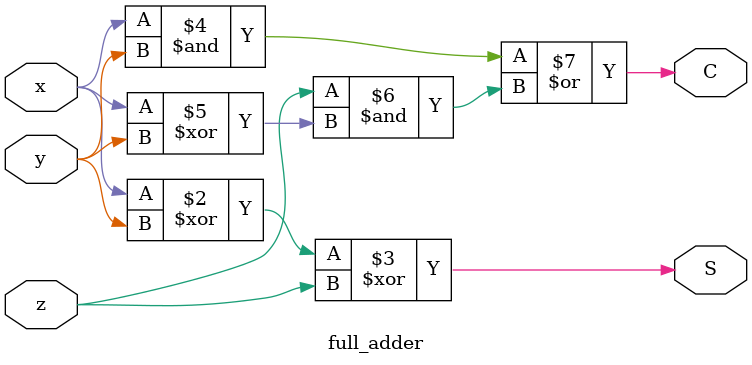
<source format=v>
module full_adder (
	output reg S, C,
	input x, y, z
);
	always @(x or y or z)
	begin
		S = x ^ y ^ z;
		C = (x & y) | (z & (x ^ y));
	end

endmodule

</source>
